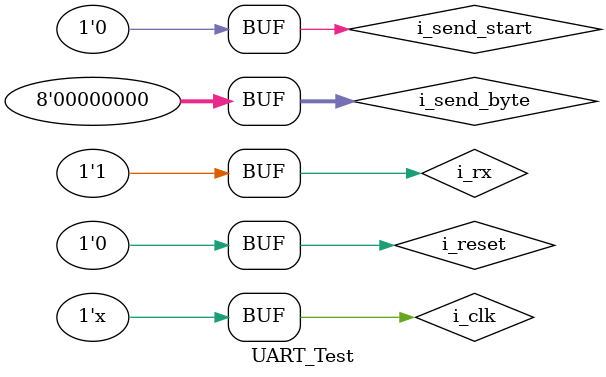
<source format=v>
`timescale 1ns / 1ps


module UART_Test();
    
    reg i_clk;
    reg i_reset;
    reg i_rx;
    reg i_send_start;
    reg [7:0] i_send_byte;
    wire o_eor;
    wire o_tx;
    wire o_sending;
    wire [7:0] o_recept_byte;
    wire o_err;
    
    UART #(.NCFT(10)) U0(
        i_clk,
        i_reset,
        i_rx,
        i_send_start,
        i_send_byte,
        o_eor,
        o_tx,
        o_sending,
        o_recept_byte,
        o_err
    );
    
    initial begin
        
        i_reset = 1;
        i_clk = 1;
        i_rx = 1;
        i_send_start = 0;
        i_send_byte = 0;
        
        #100
        i_reset = 0;
        
        //Comienzo a recibir una A y a enviar una A en el mismo momento para chequear buen funcionamiento
        #100
        i_rx = 0;
        i_send_byte = 8'h41;
        i_send_start = 1;
        #1
        i_send_byte = 0;
        i_send_start = 0;
        //0
        #159
        i_rx = 1;
        //1
        #160
        i_rx = 0;
        //2
        #160
        i_rx = 0;
        //3
        #160
        i_rx = 0;
        //4
        #160
        i_rx = 0;
        //5
        #160
        i_rx = 0;
        //6
        #160
        i_rx = 1;
        //7
        #160
        i_rx = 0;
        //parity
        #160
        i_rx = 0;
        //stop
        #160
        i_rx = 1;
     
    end
    
    always begin
        #0.5
        i_clk = ~i_clk;
    end
    
endmodule

</source>
